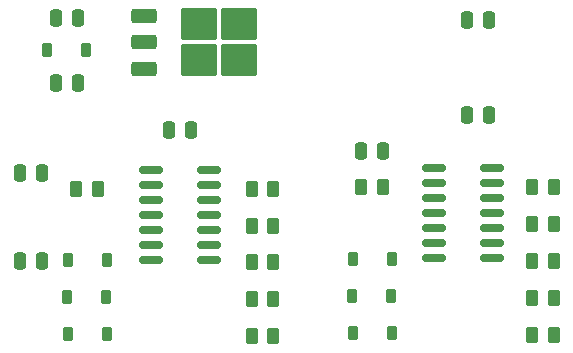
<source format=gbr>
%TF.GenerationSoftware,KiCad,Pcbnew,8.0.8*%
%TF.CreationDate,2025-01-26T19:39:00-06:00*%
%TF.ProjectId,peak-read-amp,7065616b-2d72-4656-9164-2d616d702e6b,rev?*%
%TF.SameCoordinates,Original*%
%TF.FileFunction,Paste,Top*%
%TF.FilePolarity,Positive*%
%FSLAX46Y46*%
G04 Gerber Fmt 4.6, Leading zero omitted, Abs format (unit mm)*
G04 Created by KiCad (PCBNEW 8.0.8) date 2025-01-26 19:39:00*
%MOMM*%
%LPD*%
G01*
G04 APERTURE LIST*
G04 Aperture macros list*
%AMRoundRect*
0 Rectangle with rounded corners*
0 $1 Rounding radius*
0 $2 $3 $4 $5 $6 $7 $8 $9 X,Y pos of 4 corners*
0 Add a 4 corners polygon primitive as box body*
4,1,4,$2,$3,$4,$5,$6,$7,$8,$9,$2,$3,0*
0 Add four circle primitives for the rounded corners*
1,1,$1+$1,$2,$3*
1,1,$1+$1,$4,$5*
1,1,$1+$1,$6,$7*
1,1,$1+$1,$8,$9*
0 Add four rect primitives between the rounded corners*
20,1,$1+$1,$2,$3,$4,$5,0*
20,1,$1+$1,$4,$5,$6,$7,0*
20,1,$1+$1,$6,$7,$8,$9,0*
20,1,$1+$1,$8,$9,$2,$3,0*%
G04 Aperture macros list end*
%ADD10RoundRect,0.250000X-0.262500X-0.450000X0.262500X-0.450000X0.262500X0.450000X-0.262500X0.450000X0*%
%ADD11RoundRect,0.250000X0.250000X0.475000X-0.250000X0.475000X-0.250000X-0.475000X0.250000X-0.475000X0*%
%ADD12RoundRect,0.225000X-0.225000X-0.375000X0.225000X-0.375000X0.225000X0.375000X-0.225000X0.375000X0*%
%ADD13RoundRect,0.250000X-0.250000X-0.475000X0.250000X-0.475000X0.250000X0.475000X-0.250000X0.475000X0*%
%ADD14RoundRect,0.250000X0.262500X0.450000X-0.262500X0.450000X-0.262500X-0.450000X0.262500X-0.450000X0*%
%ADD15RoundRect,0.150000X-0.825000X-0.150000X0.825000X-0.150000X0.825000X0.150000X-0.825000X0.150000X0*%
%ADD16RoundRect,0.225000X0.225000X0.375000X-0.225000X0.375000X-0.225000X-0.375000X0.225000X-0.375000X0*%
%ADD17RoundRect,0.250000X-0.850000X-0.350000X0.850000X-0.350000X0.850000X0.350000X-0.850000X0.350000X0*%
%ADD18RoundRect,0.250000X-1.275000X-1.125000X1.275000X-1.125000X1.275000X1.125000X-1.275000X1.125000X0*%
G04 APERTURE END LIST*
D10*
%TO.C,R8*%
X109337500Y-129100000D03*
X111162500Y-129100000D03*
%TD*%
%TO.C,R5*%
X133087500Y-122750000D03*
X134912500Y-122750000D03*
%TD*%
D11*
%TO.C,C3*%
X94647500Y-113897500D03*
X92747500Y-113897500D03*
%TD*%
D12*
%TO.C,D4*%
X93745000Y-128900000D03*
X97045000Y-128900000D03*
%TD*%
D10*
%TO.C,R11*%
X109337500Y-122850000D03*
X111162500Y-122850000D03*
%TD*%
%TO.C,R2*%
X133087500Y-129000000D03*
X134912500Y-129000000D03*
%TD*%
D12*
%TO.C,D6*%
X93745000Y-135150000D03*
X97045000Y-135150000D03*
%TD*%
D13*
%TO.C,C4*%
X89675000Y-129000000D03*
X91575000Y-129000000D03*
%TD*%
%TO.C,C8*%
X102300000Y-117850000D03*
X104200000Y-117850000D03*
%TD*%
D14*
%TO.C,R12*%
X111162500Y-125975000D03*
X109337500Y-125975000D03*
%TD*%
D10*
%TO.C,R3*%
X133087500Y-132125000D03*
X134912500Y-132125000D03*
%TD*%
D11*
%TO.C,C9*%
X120485000Y-119630000D03*
X118585000Y-119630000D03*
%TD*%
%TO.C,C10*%
X129450000Y-116580000D03*
X127550000Y-116580000D03*
%TD*%
D13*
%TO.C,C5*%
X89675000Y-121500000D03*
X91575000Y-121500000D03*
%TD*%
D12*
%TO.C,D1*%
X117895000Y-128800000D03*
X121195000Y-128800000D03*
%TD*%
D15*
%TO.C,U2*%
X124760000Y-121130000D03*
X124760000Y-122400000D03*
X124760000Y-123670000D03*
X124760000Y-124940000D03*
X124760000Y-126210000D03*
X124760000Y-127480000D03*
X124760000Y-128750000D03*
X129710000Y-128750000D03*
X129710000Y-127480000D03*
X129710000Y-126210000D03*
X129710000Y-124940000D03*
X129710000Y-123670000D03*
X129710000Y-122400000D03*
X129710000Y-121130000D03*
%TD*%
D16*
%TO.C,D5*%
X97000000Y-132025000D03*
X93700000Y-132025000D03*
%TD*%
D14*
%TO.C,R6*%
X134912500Y-125875000D03*
X133087500Y-125875000D03*
%TD*%
D16*
%TO.C,D2*%
X121150000Y-131925000D03*
X117850000Y-131925000D03*
%TD*%
D12*
%TO.C,D3*%
X117895000Y-135050000D03*
X121195000Y-135050000D03*
%TD*%
D10*
%TO.C,R9*%
X109337500Y-135350000D03*
X111162500Y-135350000D03*
%TD*%
%TO.C,R4*%
X133087500Y-135250000D03*
X134912500Y-135250000D03*
%TD*%
D11*
%TO.C,C11*%
X129450000Y-108580000D03*
X127550000Y-108580000D03*
%TD*%
D10*
%TO.C,R10*%
X109337500Y-132225000D03*
X111162500Y-132225000D03*
%TD*%
D17*
%TO.C,U1*%
X100250000Y-108190000D03*
X100250000Y-110470000D03*
D18*
X104875000Y-108945000D03*
X104875000Y-111995000D03*
X108225000Y-108945000D03*
X108225000Y-111995000D03*
D17*
X100250000Y-112750000D03*
%TD*%
D11*
%TO.C,C1*%
X94647500Y-108397500D03*
X92747500Y-108397500D03*
%TD*%
D10*
%TO.C,R7*%
X94460000Y-122850000D03*
X96285000Y-122850000D03*
%TD*%
%TO.C,R1*%
X118610000Y-122750000D03*
X120435000Y-122750000D03*
%TD*%
D15*
%TO.C,U3*%
X100775000Y-121230000D03*
X100775000Y-122500000D03*
X100775000Y-123770000D03*
X100775000Y-125040000D03*
X100775000Y-126310000D03*
X100775000Y-127580000D03*
X100775000Y-128850000D03*
X105725000Y-128850000D03*
X105725000Y-127580000D03*
X105725000Y-126310000D03*
X105725000Y-125040000D03*
X105725000Y-123770000D03*
X105725000Y-122500000D03*
X105725000Y-121230000D03*
%TD*%
D16*
%TO.C,D7*%
X95325000Y-111147500D03*
X92025000Y-111147500D03*
%TD*%
M02*

</source>
